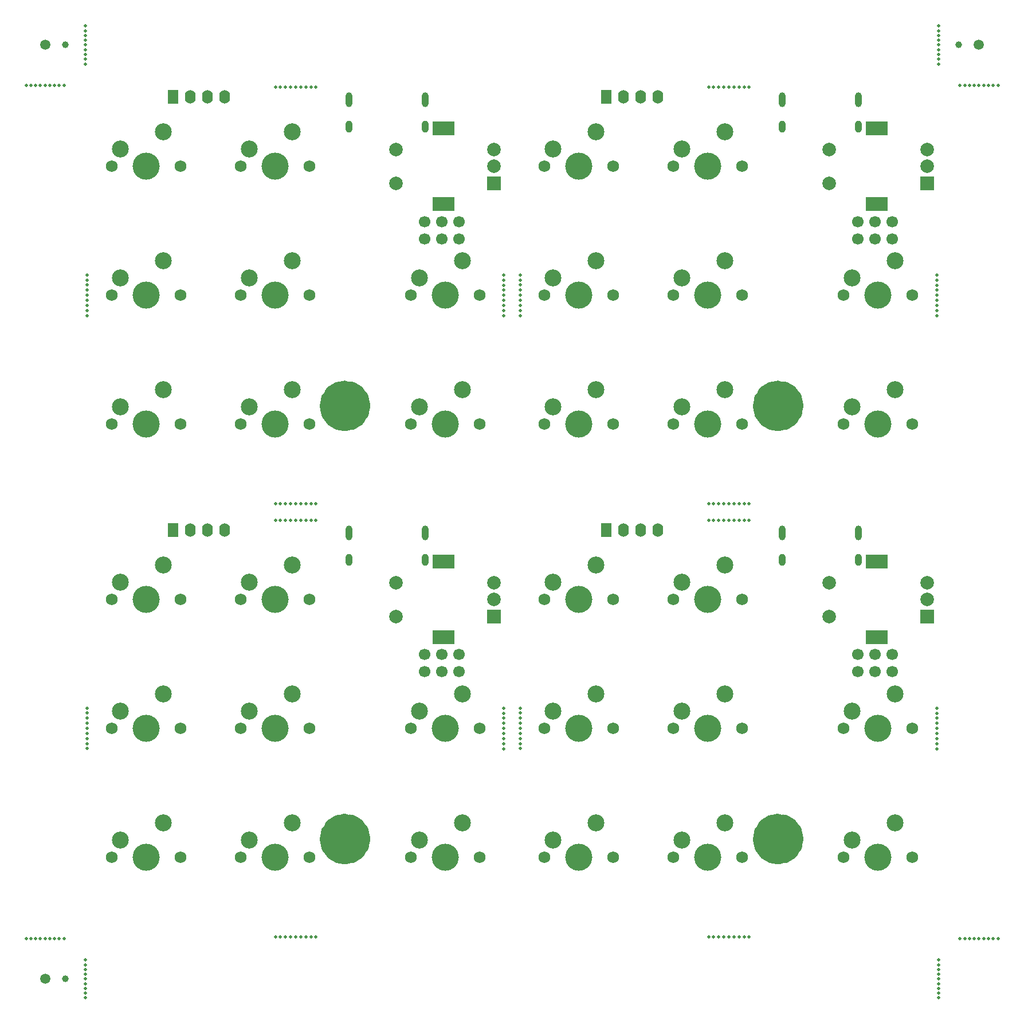
<source format=gbr>
%TF.GenerationSoftware,KiCad,Pcbnew,6.0.0*%
%TF.CreationDate,2022-01-09T18:32:07+01:00*%
%TF.ProjectId,panel,70616e65-6c2e-46b6-9963-61645f706362,rev?*%
%TF.SameCoordinates,Original*%
%TF.FileFunction,Soldermask,Top*%
%TF.FilePolarity,Negative*%
%FSLAX46Y46*%
G04 Gerber Fmt 4.6, Leading zero omitted, Abs format (unit mm)*
G04 Created by KiCad (PCBNEW 6.0.0) date 2022-01-09 18:32:07*
%MOMM*%
%LPD*%
G01*
G04 APERTURE LIST*
%ADD10C,3.750000*%
%ADD11C,0.500000*%
%ADD12C,1.750000*%
%ADD13C,4.000000*%
%ADD14C,2.500000*%
%ADD15R,2.000000X2.000000*%
%ADD16C,2.000000*%
%ADD17R,3.200000X2.000000*%
%ADD18R,1.600000X2.000000*%
%ADD19O,1.600000X2.000000*%
%ADD20C,1.500000*%
%ADD21C,1.000000*%
%ADD22O,1.000000X1.800000*%
%ADD23O,1.000000X2.200000*%
%ADD24C,1.700000*%
G04 APERTURE END LIST*
%TO.C,G\u002A\u002A\u002A*%
D10*
X123195707Y-66319160D02*
G75*
G03*
X123195707Y-66319160I-1875000J0D01*
G01*
X59195704Y-66319160D02*
G75*
G03*
X59195704Y-66319160I-1875000J0D01*
G01*
X59195704Y-130319168D02*
G75*
G03*
X59195704Y-130319168I-1875000J0D01*
G01*
X123195707Y-130319168D02*
G75*
G03*
X123195707Y-130319168I-1875000J0D01*
G01*
%TD*%
D11*
%TO.C,REF\u002A\u002A*%
X50790703Y-83200986D03*
%TD*%
%TO.C,REF\u002A\u002A*%
X80798964Y-49229160D03*
%TD*%
D12*
%TO.C,MX8*%
X41866183Y-133018689D03*
D13*
X46946183Y-133018689D03*
D12*
X52026183Y-133018689D03*
D14*
X43136183Y-130478689D03*
X49486183Y-127938689D03*
%TD*%
D11*
%TO.C,REF\u002A\u002A*%
X83200964Y-52969160D03*
%TD*%
%TO.C,REF\u002A\u002A*%
X144999002Y-12999432D03*
%TD*%
%TO.C,REF\u002A\u002A*%
X116290706Y-144798966D03*
%TD*%
%TO.C,REF\u002A\u002A*%
X114790706Y-83200986D03*
%TD*%
%TO.C,REF\u002A\u002A*%
X114790706Y-19200984D03*
%TD*%
%TO.C,REF\u002A\u002A*%
X50040703Y-80798964D03*
%TD*%
%TO.C,REF\u002A\u002A*%
X47040703Y-144798972D03*
%TD*%
D13*
%TO.C,MX6*%
X72096183Y-113968689D03*
D12*
X77176183Y-113968689D03*
X67016183Y-113968689D03*
D14*
X68286183Y-111428689D03*
X74636183Y-108888689D03*
%TD*%
D11*
%TO.C,REF\u002A\u002A*%
X47790703Y-80798967D03*
%TD*%
D12*
%TO.C,MX6*%
X131016186Y-113968689D03*
D13*
X136096186Y-113968689D03*
D12*
X141176186Y-113968689D03*
D14*
X132286186Y-111428689D03*
X138636186Y-108888689D03*
%TD*%
D12*
%TO.C,MX1*%
X32976183Y-94918689D03*
X22816183Y-94918689D03*
D13*
X27896183Y-94918689D03*
D14*
X24086183Y-92378689D03*
X30436183Y-89838689D03*
%TD*%
D11*
%TO.C,REF\u002A\u002A*%
X144798968Y-50729160D03*
%TD*%
%TO.C,REF\u002A\u002A*%
X52290703Y-80798961D03*
%TD*%
%TO.C,REF\u002A\u002A*%
X50790703Y-80798963D03*
%TD*%
%TO.C,REF\u002A\u002A*%
X144999002Y-11599232D03*
%TD*%
%TO.C,REF\u002A\u002A*%
X144798963Y-46979160D03*
%TD*%
D12*
%TO.C,MX1*%
X86816186Y-94918689D03*
D13*
X91896186Y-94918689D03*
D12*
X96976186Y-94918689D03*
D14*
X88086186Y-92378689D03*
X94436186Y-89838689D03*
%TD*%
D11*
%TO.C,REF\u002A\u002A*%
X80798969Y-52979160D03*
%TD*%
%TO.C,REF\u002A\u002A*%
X114040706Y-144798968D03*
%TD*%
%TO.C,REF\u002A\u002A*%
X150998499Y-19000932D03*
%TD*%
%TO.C,REF\u002A\u002A*%
X19000934Y-153100799D03*
%TD*%
D13*
%TO.C,MX7*%
X91896186Y-69018681D03*
D12*
X96976186Y-69018681D03*
X86816186Y-69018681D03*
D14*
X88086186Y-66478681D03*
X94436186Y-63938681D03*
%TD*%
D11*
%TO.C,REF\u002A\u002A*%
X151698599Y-144999001D03*
%TD*%
D12*
%TO.C,MX4*%
X86816186Y-49968681D03*
X96976186Y-49968681D03*
D13*
X91896186Y-49968681D03*
D14*
X88086186Y-47428681D03*
X94436186Y-44888681D03*
%TD*%
D11*
%TO.C,REF\u002A\u002A*%
X80798962Y-110979168D03*
%TD*%
%TO.C,REF\u002A\u002A*%
X19000934Y-10899132D03*
%TD*%
%TO.C,REF\u002A\u002A*%
X83200968Y-113969168D03*
%TD*%
%TO.C,REF\u002A\u002A*%
X80798969Y-116979168D03*
%TD*%
%TO.C,REF\u002A\u002A*%
X83200971Y-111719168D03*
%TD*%
%TO.C,REF\u002A\u002A*%
X47790703Y-83200980D03*
%TD*%
%TO.C,REF\u002A\u002A*%
X19200965Y-51469160D03*
%TD*%
%TO.C,REF\u002A\u002A*%
X144999002Y-153800899D03*
%TD*%
%TO.C,REF\u002A\u002A*%
X144798971Y-116979168D03*
%TD*%
D12*
%TO.C,MX4*%
X32976183Y-49968681D03*
D13*
X27896183Y-49968681D03*
D12*
X22816183Y-49968681D03*
D14*
X24086183Y-47428681D03*
X30436183Y-44888681D03*
%TD*%
D11*
%TO.C,REF\u002A\u002A*%
X114040706Y-83200984D03*
%TD*%
%TO.C,REF\u002A\u002A*%
X144798966Y-49229160D03*
%TD*%
D15*
%TO.C,MX3*%
X143346186Y-97418689D03*
D16*
X143346186Y-92418689D03*
X143346186Y-94918689D03*
D17*
X135846186Y-89318689D03*
X135846186Y-100518689D03*
D16*
X128846186Y-92418689D03*
X128846186Y-97418689D03*
%TD*%
D18*
%TO.C,U1*%
X31924933Y-84684939D03*
D19*
X34464933Y-84684939D03*
X37004933Y-84684939D03*
X39544933Y-84684939D03*
%TD*%
D11*
%TO.C,REF\u002A\u002A*%
X50790703Y-144798968D03*
%TD*%
%TO.C,REF\u002A\u002A*%
X19200965Y-115469168D03*
%TD*%
D15*
%TO.C,MX3*%
X79346183Y-97418689D03*
D16*
X79346183Y-92418689D03*
X79346183Y-94918689D03*
D17*
X71846183Y-89318689D03*
X71846183Y-100518689D03*
D16*
X64846183Y-92418689D03*
X64846183Y-97418689D03*
%TD*%
D20*
%TO.C,REF\u002A\u002A*%
X13000934Y-151000999D03*
%TD*%
D11*
%TO.C,REF\u002A\u002A*%
X153798899Y-19000932D03*
%TD*%
%TO.C,REF\u002A\u002A*%
X111790706Y-80798967D03*
%TD*%
D12*
%TO.C,MX4*%
X96976186Y-113968689D03*
X86816186Y-113968689D03*
D13*
X91896186Y-113968689D03*
D14*
X88086186Y-111428689D03*
X94436186Y-108888689D03*
%TD*%
D11*
%TO.C,REF\u002A\u002A*%
X48540703Y-80798966D03*
%TD*%
D18*
%TO.C,U1*%
X31924933Y-20684931D03*
D19*
X34464933Y-20684931D03*
X37004933Y-20684931D03*
X39544933Y-20684931D03*
%TD*%
D11*
%TO.C,REF\u002A\u002A*%
X80798967Y-115479168D03*
%TD*%
%TO.C,REF\u002A\u002A*%
X50040703Y-83200984D03*
%TD*%
%TO.C,REF\u002A\u002A*%
X117040706Y-80798960D03*
%TD*%
%TO.C,REF\u002A\u002A*%
X144798971Y-52979160D03*
%TD*%
%TO.C,REF\u002A\u002A*%
X153098799Y-144999001D03*
%TD*%
%TO.C,REF\u002A\u002A*%
X15101734Y-144999001D03*
%TD*%
%TO.C,REF\u002A\u002A*%
X149598299Y-19000932D03*
%TD*%
%TO.C,REF\u002A\u002A*%
X19000934Y-148200099D03*
%TD*%
D12*
%TO.C,MX6*%
X131016186Y-49968681D03*
D13*
X136096186Y-49968681D03*
D12*
X141176186Y-49968681D03*
D14*
X132286186Y-47428681D03*
X138636186Y-44888681D03*
%TD*%
D12*
%TO.C,MX5*%
X52026183Y-49968681D03*
D13*
X46946183Y-49968681D03*
D12*
X41866183Y-49968681D03*
D14*
X43136183Y-47428681D03*
X49486183Y-44888681D03*
%TD*%
D18*
%TO.C,U1*%
X95924936Y-84684939D03*
D19*
X98464936Y-84684939D03*
X101004936Y-84684939D03*
X103544936Y-84684939D03*
%TD*%
D11*
%TO.C,REF\u002A\u002A*%
X80798966Y-114729168D03*
%TD*%
%TO.C,REF\u002A\u002A*%
X12301334Y-19000932D03*
%TD*%
D13*
%TO.C,MX1*%
X27896183Y-30918681D03*
D12*
X22816183Y-30918681D03*
X32976183Y-30918681D03*
D14*
X24086183Y-28378681D03*
X30436183Y-25838681D03*
%TD*%
D11*
%TO.C,REF\u002A\u002A*%
X152398699Y-144999001D03*
%TD*%
D12*
%TO.C,MX9*%
X67016183Y-133018689D03*
D13*
X72096183Y-133018689D03*
D12*
X77176183Y-133018689D03*
D14*
X68286183Y-130478689D03*
X74636183Y-127938689D03*
%TD*%
D11*
%TO.C,REF\u002A\u002A*%
X19000934Y-15799832D03*
%TD*%
%TO.C,REF\u002A\u002A*%
X112540706Y-83200982D03*
%TD*%
%TO.C,REF\u002A\u002A*%
X144999002Y-153100799D03*
%TD*%
%TO.C,REF\u002A\u002A*%
X80798964Y-48479160D03*
%TD*%
%TO.C,REF\u002A\u002A*%
X112540706Y-19200979D03*
%TD*%
%TO.C,REF\u002A\u002A*%
X19200963Y-116969168D03*
%TD*%
%TO.C,REF\u002A\u002A*%
X80798967Y-51479160D03*
%TD*%
%TO.C,REF\u002A\u002A*%
X19000934Y-15099732D03*
%TD*%
D12*
%TO.C,MX8*%
X116026186Y-133018689D03*
D13*
X110946186Y-133018689D03*
D12*
X105866186Y-133018689D03*
D14*
X107136186Y-130478689D03*
X113486186Y-127938689D03*
%TD*%
D11*
%TO.C,REF\u002A\u002A*%
X144798970Y-52229160D03*
%TD*%
%TO.C,REF\u002A\u002A*%
X19200970Y-46969160D03*
%TD*%
%TO.C,REF\u002A\u002A*%
X83200972Y-46969160D03*
%TD*%
%TO.C,REF\u002A\u002A*%
X83200971Y-47719160D03*
%TD*%
%TO.C,REF\u002A\u002A*%
X144999002Y-148900199D03*
%TD*%
%TO.C,REF\u002A\u002A*%
X49290703Y-144798969D03*
%TD*%
%TO.C,REF\u002A\u002A*%
X19200967Y-49219160D03*
%TD*%
%TO.C,REF\u002A\u002A*%
X13701534Y-144999001D03*
%TD*%
%TO.C,REF\u002A\u002A*%
X14401634Y-19000932D03*
%TD*%
%TO.C,REF\u002A\u002A*%
X115540706Y-80798962D03*
%TD*%
%TO.C,REF\u002A\u002A*%
X19000934Y-13699532D03*
%TD*%
%TO.C,REF\u002A\u002A*%
X19000934Y-10199032D03*
%TD*%
%TO.C,REF\u002A\u002A*%
X144798966Y-113229168D03*
%TD*%
%TO.C,REF\u002A\u002A*%
X10201034Y-19000932D03*
%TD*%
D12*
%TO.C,MX9*%
X131016186Y-133018689D03*
D13*
X136096186Y-133018689D03*
D12*
X141176186Y-133018689D03*
D14*
X132286186Y-130478689D03*
X138636186Y-127938689D03*
%TD*%
D11*
%TO.C,REF\u002A\u002A*%
X114790706Y-144798968D03*
%TD*%
%TO.C,REF\u002A\u002A*%
X47040703Y-83200979D03*
%TD*%
%TO.C,REF\u002A\u002A*%
X80798964Y-112479168D03*
%TD*%
D21*
%TO.C,REF\u002A\u002A*%
X16000934Y-151000999D03*
%TD*%
D11*
%TO.C,REF\u002A\u002A*%
X113290706Y-83200983D03*
%TD*%
%TO.C,REF\u002A\u002A*%
X83200967Y-114719168D03*
%TD*%
D12*
%TO.C,MX7*%
X22816183Y-69018681D03*
D13*
X27896183Y-69018681D03*
D12*
X32976183Y-69018681D03*
D14*
X24086183Y-66478681D03*
X30436183Y-63938681D03*
%TD*%
D11*
%TO.C,REF\u002A\u002A*%
X47040703Y-80798968D03*
%TD*%
%TO.C,REF\u002A\u002A*%
X144798969Y-115479168D03*
%TD*%
%TO.C,REF\u002A\u002A*%
X80798963Y-47729160D03*
%TD*%
%TO.C,REF\u002A\u002A*%
X19000934Y-14399632D03*
%TD*%
%TO.C,REF\u002A\u002A*%
X49290703Y-83200983D03*
%TD*%
%TO.C,REF\u002A\u002A*%
X12301334Y-144999001D03*
%TD*%
%TO.C,REF\u002A\u002A*%
X51540703Y-19200985D03*
%TD*%
%TO.C,REF\u002A\u002A*%
X150998499Y-144999001D03*
%TD*%
%TO.C,REF\u002A\u002A*%
X150298399Y-19000932D03*
%TD*%
%TO.C,REF\u002A\u002A*%
X50040703Y-144798968D03*
%TD*%
%TO.C,REF\u002A\u002A*%
X19200968Y-48469160D03*
%TD*%
%TO.C,REF\u002A\u002A*%
X144798964Y-111729168D03*
%TD*%
%TO.C,REF\u002A\u002A*%
X112540706Y-144798970D03*
%TD*%
%TO.C,REF\u002A\u002A*%
X148198099Y-144999001D03*
%TD*%
%TO.C,REF\u002A\u002A*%
X10201034Y-144999001D03*
%TD*%
%TO.C,REF\u002A\u002A*%
X111790706Y-83200980D03*
%TD*%
%TO.C,REF\u002A\u002A*%
X148898199Y-144999001D03*
%TD*%
D21*
%TO.C,REF\u002A\u002A*%
X147998999Y-12998932D03*
%TD*%
D11*
%TO.C,REF\u002A\u002A*%
X116290706Y-19200987D03*
%TD*%
%TO.C,REF\u002A\u002A*%
X19000934Y-153800899D03*
%TD*%
D12*
%TO.C,MX5*%
X105866186Y-113968689D03*
D13*
X110946186Y-113968689D03*
D12*
X116026186Y-113968689D03*
D14*
X107136186Y-111428689D03*
X113486186Y-108888689D03*
%TD*%
D11*
%TO.C,REF\u002A\u002A*%
X80798962Y-46979160D03*
%TD*%
%TO.C,REF\u002A\u002A*%
X53040703Y-19200988D03*
%TD*%
%TO.C,REF\u002A\u002A*%
X19000934Y-152400699D03*
%TD*%
%TO.C,REF\u002A\u002A*%
X148898199Y-19000932D03*
%TD*%
%TO.C,REF\u002A\u002A*%
X13001434Y-19000932D03*
%TD*%
%TO.C,REF\u002A\u002A*%
X47040703Y-19200976D03*
%TD*%
%TO.C,REF\u002A\u002A*%
X80798966Y-50729160D03*
%TD*%
%TO.C,REF\u002A\u002A*%
X80798964Y-113229168D03*
%TD*%
D12*
%TO.C,MX9*%
X131016186Y-69018681D03*
D13*
X136096186Y-69018681D03*
D12*
X141176186Y-69018681D03*
D14*
X132286186Y-66478681D03*
X138636186Y-63938681D03*
%TD*%
D11*
%TO.C,REF\u002A\u002A*%
X19200970Y-110969168D03*
%TD*%
%TO.C,REF\u002A\u002A*%
X13701534Y-19000932D03*
%TD*%
%TO.C,REF\u002A\u002A*%
X48540703Y-19200979D03*
%TD*%
%TO.C,REF\u002A\u002A*%
X83200972Y-110969168D03*
%TD*%
%TO.C,REF\u002A\u002A*%
X47790703Y-19200978D03*
%TD*%
%TO.C,REF\u002A\u002A*%
X144999002Y-148200099D03*
%TD*%
%TO.C,REF\u002A\u002A*%
X115540706Y-144798967D03*
%TD*%
%TO.C,REF\u002A\u002A*%
X111040706Y-80798968D03*
%TD*%
%TO.C,REF\u002A\u002A*%
X83200966Y-51469160D03*
%TD*%
%TO.C,REF\u002A\u002A*%
X51540703Y-83200987D03*
%TD*%
%TO.C,REF\u002A\u002A*%
X111790706Y-19200978D03*
%TD*%
%TO.C,REF\u002A\u002A*%
X19000934Y-12299332D03*
%TD*%
D13*
%TO.C,MX2*%
X46946183Y-94918689D03*
D12*
X52026183Y-94918689D03*
X41866183Y-94918689D03*
D14*
X43136183Y-92378689D03*
X49486183Y-89838689D03*
%TD*%
D11*
%TO.C,REF\u002A\u002A*%
X49290703Y-19200981D03*
%TD*%
%TO.C,REF\u002A\u002A*%
X144798970Y-116229168D03*
%TD*%
%TO.C,REF\u002A\u002A*%
X148198099Y-19000932D03*
%TD*%
%TO.C,REF\u002A\u002A*%
X53040703Y-144798965D03*
%TD*%
%TO.C,REF\u002A\u002A*%
X144999002Y-151700599D03*
%TD*%
%TO.C,REF\u002A\u002A*%
X19200967Y-49969160D03*
%TD*%
D12*
%TO.C,MX5*%
X41866183Y-113968689D03*
D13*
X46946183Y-113968689D03*
D12*
X52026183Y-113968689D03*
D14*
X43136183Y-111428689D03*
X49486183Y-108888689D03*
%TD*%
D11*
%TO.C,REF\u002A\u002A*%
X144798967Y-49979160D03*
%TD*%
D12*
%TO.C,MX8*%
X41866183Y-69018681D03*
X52026183Y-69018681D03*
D13*
X46946183Y-69018681D03*
D14*
X43136183Y-66478681D03*
X49486183Y-63938681D03*
%TD*%
D11*
%TO.C,REF\u002A\u002A*%
X144798964Y-47729160D03*
%TD*%
D21*
%TO.C,REF\u002A\u002A*%
X16000934Y-12998932D03*
%TD*%
D11*
%TO.C,REF\u002A\u002A*%
X83200968Y-49969160D03*
%TD*%
%TO.C,REF\u002A\u002A*%
X19200967Y-113219168D03*
%TD*%
%TO.C,REF\u002A\u002A*%
X150298399Y-144999001D03*
%TD*%
%TO.C,REF\u002A\u002A*%
X83200966Y-115469168D03*
%TD*%
D12*
%TO.C,MX8*%
X116026186Y-69018681D03*
X105866186Y-69018681D03*
D13*
X110946186Y-69018681D03*
D14*
X107136186Y-66478681D03*
X113486186Y-63938681D03*
%TD*%
D11*
%TO.C,REF\u002A\u002A*%
X144999002Y-150300399D03*
%TD*%
%TO.C,REF\u002A\u002A*%
X111040706Y-144798972D03*
%TD*%
%TO.C,REF\u002A\u002A*%
X19000934Y-151700599D03*
%TD*%
%TO.C,REF\u002A\u002A*%
X144999002Y-15799832D03*
%TD*%
%TO.C,REF\u002A\u002A*%
X83200969Y-49219160D03*
%TD*%
%TO.C,REF\u002A\u002A*%
X115540706Y-83200987D03*
%TD*%
%TO.C,REF\u002A\u002A*%
X144798965Y-48479160D03*
%TD*%
%TO.C,REF\u002A\u002A*%
X11601234Y-19000932D03*
%TD*%
D20*
%TO.C,REF\u002A\u002A*%
X13000934Y-12998932D03*
%TD*%
D11*
%TO.C,REF\u002A\u002A*%
X144798965Y-112479168D03*
%TD*%
%TO.C,REF\u002A\u002A*%
X153798899Y-144999001D03*
%TD*%
%TO.C,REF\u002A\u002A*%
X152398699Y-19000932D03*
%TD*%
%TO.C,REF\u002A\u002A*%
X19000934Y-12999432D03*
%TD*%
%TO.C,REF\u002A\u002A*%
X11601234Y-144999001D03*
%TD*%
D12*
%TO.C,MX7*%
X96976186Y-133018689D03*
D13*
X91896186Y-133018689D03*
D12*
X86816186Y-133018689D03*
D14*
X88086186Y-130478689D03*
X94436186Y-127938689D03*
%TD*%
D11*
%TO.C,REF\u002A\u002A*%
X113290706Y-19200981D03*
%TD*%
%TO.C,REF\u002A\u002A*%
X80798965Y-49979160D03*
%TD*%
%TO.C,REF\u002A\u002A*%
X144798963Y-110979168D03*
%TD*%
%TO.C,REF\u002A\u002A*%
X19200969Y-111719168D03*
%TD*%
D12*
%TO.C,MX6*%
X67016183Y-49968681D03*
D13*
X72096183Y-49968681D03*
D12*
X77176183Y-49968681D03*
D14*
X68286183Y-47428681D03*
X74636183Y-44888681D03*
%TD*%
D12*
%TO.C,MX2*%
X116026186Y-94918689D03*
D13*
X110946186Y-94918689D03*
D12*
X105866186Y-94918689D03*
D14*
X107136186Y-92378689D03*
X113486186Y-89838689D03*
%TD*%
D11*
%TO.C,REF\u002A\u002A*%
X153098799Y-19000932D03*
%TD*%
%TO.C,REF\u002A\u002A*%
X52290703Y-19200987D03*
%TD*%
%TO.C,REF\u002A\u002A*%
X49290703Y-80798965D03*
%TD*%
%TO.C,REF\u002A\u002A*%
X19200964Y-52219160D03*
%TD*%
%TO.C,REF\u002A\u002A*%
X52290703Y-144798966D03*
%TD*%
%TO.C,REF\u002A\u002A*%
X149598299Y-144999001D03*
%TD*%
%TO.C,REF\u002A\u002A*%
X144999002Y-10199032D03*
%TD*%
%TO.C,REF\u002A\u002A*%
X19200967Y-113969168D03*
%TD*%
%TO.C,REF\u002A\u002A*%
X48540703Y-144798970D03*
%TD*%
%TO.C,REF\u002A\u002A*%
X83200965Y-52219160D03*
%TD*%
%TO.C,REF\u002A\u002A*%
X19200968Y-112469168D03*
%TD*%
%TO.C,REF\u002A\u002A*%
X144999002Y-151000499D03*
%TD*%
%TO.C,REF\u002A\u002A*%
X83200967Y-50719160D03*
%TD*%
%TO.C,REF\u002A\u002A*%
X15801834Y-144999001D03*
%TD*%
%TO.C,REF\u002A\u002A*%
X19000934Y-150300399D03*
%TD*%
%TO.C,REF\u002A\u002A*%
X117040706Y-83200989D03*
%TD*%
%TO.C,REF\u002A\u002A*%
X47790703Y-144798971D03*
%TD*%
%TO.C,REF\u002A\u002A*%
X80798968Y-52229160D03*
%TD*%
%TO.C,REF\u002A\u002A*%
X83200970Y-48469160D03*
%TD*%
%TO.C,REF\u002A\u002A*%
X19000934Y-151000499D03*
%TD*%
%TO.C,REF\u002A\u002A*%
X144999002Y-13699532D03*
%TD*%
%TO.C,REF\u002A\u002A*%
X83200969Y-113219168D03*
%TD*%
%TO.C,REF\u002A\u002A*%
X116290706Y-80798961D03*
%TD*%
%TO.C,REF\u002A\u002A*%
X80798965Y-113979168D03*
%TD*%
%TO.C,REF\u002A\u002A*%
X15101734Y-19000932D03*
%TD*%
%TO.C,REF\u002A\u002A*%
X10901134Y-144999001D03*
%TD*%
%TO.C,REF\u002A\u002A*%
X144999002Y-15099732D03*
%TD*%
%TO.C,REF\u002A\u002A*%
X52290703Y-83200988D03*
%TD*%
%TO.C,REF\u002A\u002A*%
X48540703Y-83200982D03*
%TD*%
%TO.C,REF\u002A\u002A*%
X151698599Y-19000932D03*
%TD*%
%TO.C,REF\u002A\u002A*%
X19200966Y-114719168D03*
%TD*%
%TO.C,REF\u002A\u002A*%
X13001434Y-144999001D03*
%TD*%
%TO.C,REF\u002A\u002A*%
X111040706Y-19200976D03*
%TD*%
D13*
%TO.C,MX5*%
X110946186Y-49968681D03*
D12*
X105866186Y-49968681D03*
X116026186Y-49968681D03*
D14*
X107136186Y-47428681D03*
X113486186Y-44888681D03*
%TD*%
D11*
%TO.C,REF\u002A\u002A*%
X19000934Y-149600299D03*
%TD*%
%TO.C,REF\u002A\u002A*%
X83200965Y-116219168D03*
%TD*%
%TO.C,REF\u002A\u002A*%
X116290706Y-83200988D03*
%TD*%
%TO.C,REF\u002A\u002A*%
X19000934Y-11599232D03*
%TD*%
D13*
%TO.C,MX2*%
X46946183Y-30918681D03*
D12*
X52026183Y-30918681D03*
X41866183Y-30918681D03*
D14*
X43136183Y-28378681D03*
X49486183Y-25838681D03*
%TD*%
D11*
%TO.C,REF\u002A\u002A*%
X144798968Y-114729168D03*
%TD*%
D12*
%TO.C,MX2*%
X116026186Y-30918681D03*
D13*
X110946186Y-30918681D03*
D12*
X105866186Y-30918681D03*
D14*
X107136186Y-28378681D03*
X113486186Y-25838681D03*
%TD*%
D11*
%TO.C,REF\u002A\u002A*%
X144999002Y-152400699D03*
%TD*%
%TO.C,REF\u002A\u002A*%
X53040703Y-80798960D03*
%TD*%
%TO.C,REF\u002A\u002A*%
X53040703Y-83200989D03*
%TD*%
%TO.C,REF\u002A\u002A*%
X19200964Y-116219168D03*
%TD*%
%TO.C,REF\u002A\u002A*%
X144999002Y-12299332D03*
%TD*%
%TO.C,REF\u002A\u002A*%
X114040706Y-19200982D03*
%TD*%
%TO.C,REF\u002A\u002A*%
X19200963Y-52969160D03*
%TD*%
D12*
%TO.C,MX7*%
X32976183Y-133018689D03*
X22816183Y-133018689D03*
D13*
X27896183Y-133018689D03*
D14*
X24086183Y-130478689D03*
X30436183Y-127938689D03*
%TD*%
D11*
%TO.C,REF\u002A\u002A*%
X144798969Y-51479160D03*
%TD*%
%TO.C,REF\u002A\u002A*%
X19200969Y-47719160D03*
%TD*%
%TO.C,REF\u002A\u002A*%
X14401634Y-144999001D03*
%TD*%
%TO.C,REF\u002A\u002A*%
X83200970Y-112469168D03*
%TD*%
%TO.C,REF\u002A\u002A*%
X19000934Y-148900199D03*
%TD*%
D18*
%TO.C,U1*%
X95924936Y-20684931D03*
D19*
X98464936Y-20684931D03*
X101004936Y-20684931D03*
X103544936Y-20684931D03*
%TD*%
D11*
%TO.C,REF\u002A\u002A*%
X51540703Y-80798962D03*
%TD*%
%TO.C,REF\u002A\u002A*%
X111790706Y-144798971D03*
%TD*%
%TO.C,REF\u002A\u002A*%
X111040706Y-83200979D03*
%TD*%
D12*
%TO.C,MX9*%
X77176183Y-69018681D03*
D13*
X72096183Y-69018681D03*
D12*
X67016183Y-69018681D03*
D14*
X68286183Y-66478681D03*
X74636183Y-63938681D03*
%TD*%
D11*
%TO.C,REF\u002A\u002A*%
X114040706Y-80798964D03*
%TD*%
D15*
%TO.C,MX3*%
X79346183Y-33418681D03*
D16*
X79346183Y-28418681D03*
X79346183Y-30918681D03*
D17*
X71846183Y-36518681D03*
X71846183Y-25318681D03*
D16*
X64846183Y-28418681D03*
X64846183Y-33418681D03*
%TD*%
D11*
%TO.C,REF\u002A\u002A*%
X10901134Y-19000932D03*
%TD*%
D13*
%TO.C,MX1*%
X91896186Y-30918681D03*
D12*
X86816186Y-30918681D03*
X96976186Y-30918681D03*
D14*
X88086186Y-28378681D03*
X94436186Y-25838681D03*
%TD*%
D12*
%TO.C,MX4*%
X22816183Y-113968689D03*
D13*
X27896183Y-113968689D03*
D12*
X32976183Y-113968689D03*
D14*
X24086183Y-111428689D03*
X30436183Y-108888689D03*
%TD*%
D11*
%TO.C,REF\u002A\u002A*%
X80798963Y-111729168D03*
%TD*%
%TO.C,REF\u002A\u002A*%
X144999002Y-10899132D03*
%TD*%
%TO.C,REF\u002A\u002A*%
X114790706Y-80798963D03*
%TD*%
%TO.C,REF\u002A\u002A*%
X15801834Y-19000932D03*
%TD*%
%TO.C,REF\u002A\u002A*%
X19200966Y-50719160D03*
%TD*%
D20*
%TO.C,REF\u002A\u002A*%
X150998999Y-12998932D03*
%TD*%
D11*
%TO.C,REF\u002A\u002A*%
X50040703Y-19200982D03*
%TD*%
%TO.C,REF\u002A\u002A*%
X51540703Y-144798967D03*
%TD*%
%TO.C,REF\u002A\u002A*%
X112540706Y-80798966D03*
%TD*%
%TO.C,REF\u002A\u002A*%
X117040706Y-19200988D03*
%TD*%
%TO.C,REF\u002A\u002A*%
X115540706Y-19200985D03*
%TD*%
%TO.C,REF\u002A\u002A*%
X83200964Y-116969168D03*
%TD*%
D15*
%TO.C,MX3*%
X143346186Y-33418681D03*
D16*
X143346186Y-28418681D03*
X143346186Y-30918681D03*
D17*
X135846186Y-25318681D03*
X135846186Y-36518681D03*
D16*
X128846186Y-28418681D03*
X128846186Y-33418681D03*
%TD*%
D11*
%TO.C,REF\u002A\u002A*%
X80798968Y-116229168D03*
%TD*%
%TO.C,REF\u002A\u002A*%
X144999002Y-149600299D03*
%TD*%
%TO.C,REF\u002A\u002A*%
X50790703Y-19200984D03*
%TD*%
%TO.C,REF\u002A\u002A*%
X113290706Y-144798969D03*
%TD*%
%TO.C,REF\u002A\u002A*%
X117040706Y-144798965D03*
%TD*%
%TO.C,REF\u002A\u002A*%
X144999002Y-14399632D03*
%TD*%
%TO.C,REF\u002A\u002A*%
X144798967Y-113979168D03*
%TD*%
%TO.C,REF\u002A\u002A*%
X113290706Y-80798965D03*
%TD*%
D22*
%TO.C,J1*%
X121939936Y-25074931D03*
X133179936Y-25074931D03*
D23*
X133179936Y-21074931D03*
X121939936Y-21074931D03*
%TD*%
D24*
%TO.C,J2*%
X133099936Y-39079931D03*
X133099936Y-41619931D03*
X135639936Y-39079931D03*
X135639936Y-41619931D03*
X138179936Y-39079931D03*
X138179936Y-41619931D03*
%TD*%
%TO.C,J2*%
X69099933Y-103079939D03*
X69099933Y-105619939D03*
X71639933Y-103079939D03*
X71639933Y-105619939D03*
X74179933Y-103079939D03*
X74179933Y-105619939D03*
%TD*%
%TO.C,J2*%
X69099933Y-39079931D03*
X69099933Y-41619931D03*
X71639933Y-39079931D03*
X71639933Y-41619931D03*
X74179933Y-39079931D03*
X74179933Y-41619931D03*
%TD*%
D22*
%TO.C,J1*%
X57939933Y-25074931D03*
X69179933Y-25074931D03*
D23*
X69179933Y-21074931D03*
X57939933Y-21074931D03*
%TD*%
D22*
%TO.C,J1*%
X57939933Y-89074939D03*
X69179933Y-89074939D03*
D23*
X69179933Y-85074939D03*
X57939933Y-85074939D03*
%TD*%
D22*
%TO.C,J1*%
X121939936Y-89074939D03*
X133179936Y-89074939D03*
D23*
X133179936Y-85074939D03*
X121939936Y-85074939D03*
%TD*%
D24*
%TO.C,J2*%
X133099936Y-103079939D03*
X133099936Y-105619939D03*
X135639936Y-103079939D03*
X135639936Y-105619939D03*
X138179936Y-103079939D03*
X138179936Y-105619939D03*
%TD*%
M02*

</source>
